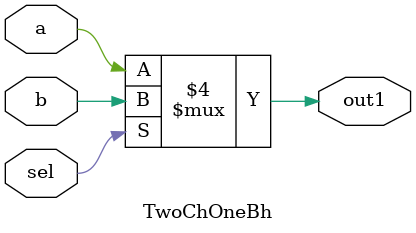
<source format=v>
`timescale 1ns / 1ps


module TwoChOneBh(
    input a,
    input b,
    input sel,
    output out1
    );
 reg out1;//Ö»ÓÐreg²ÅÄÜÔÚalwaysÖÐ¸³Öµ
 always@(a or b or sel)
    begin  
//        out1= ~sel&a|sel&b;
    if(sel==0)
        out1=a;
    else
        out1=b;
    end
endmodule

</source>
